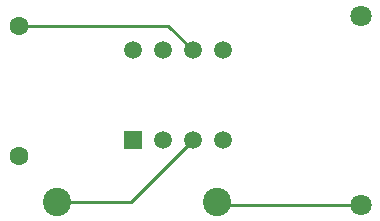
<source format=gtl>
G04 Layer: TopLayer*
G04 EasyEDA v6.5.39, 2023-12-18 19:06:56*
G04 b3e2410d46ed40f7919fa36850a0afc5,10*
G04 Gerber Generator version 0.2*
G04 Scale: 100 percent, Rotated: No, Reflected: No *
G04 Dimensions in millimeters *
G04 leading zeros omitted , absolute positions ,4 integer and 5 decimal *
%FSLAX45Y45*%
%MOMM*%

%ADD10C,0.2540*%
%ADD11C,2.4000*%
%ADD12C,1.8000*%
%ADD13R,1.5000X1.5000*%
%ADD14C,1.5000*%
%ADD15C,1.6000*%

%LPD*%
D10*
X1079502Y3547211D02*
G01*
X2345590Y3547211D01*
X2552702Y3340100D01*
X3975102Y2032101D02*
G01*
X2788109Y2032101D01*
X2762811Y2057400D01*
X2552702Y2578100D02*
G01*
X2032002Y2057400D01*
X1402793Y2057400D01*
D11*
G01*
X1402791Y2057400D03*
G01*
X2762808Y2057400D03*
D12*
G01*
X3975100Y3632098D03*
G01*
X3975100Y2032101D03*
D13*
G01*
X2044700Y2578100D03*
D14*
G01*
X2298700Y2578100D03*
G01*
X2552700Y2578100D03*
G01*
X2806700Y2578100D03*
G01*
X2044700Y3340100D03*
G01*
X2298700Y3340100D03*
G01*
X2552700Y3340100D03*
G01*
X2806700Y3340100D03*
D15*
G01*
X1079500Y2447201D03*
G01*
X1079500Y3547198D03*
M02*

</source>
